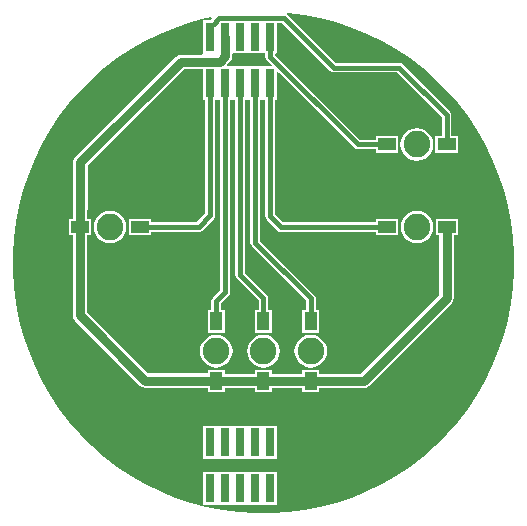
<source format=gbl>
G04*
G04 #@! TF.GenerationSoftware,Altium Limited,Altium Designer,20.1.8 (145)*
G04*
G04 Layer_Physical_Order=2*
G04 Layer_Color=16711680*
%FSTAX43Y43*%
%MOMM*%
G71*
G04*
G04 #@! TF.SameCoordinates,3F849034-A6BE-41B6-9089-3A01D41A6D06*
G04*
G04*
G04 #@! TF.FilePolarity,Positive*
G04*
G01*
G75*
%ADD15C,2.250*%
%ADD16R,1.000X1.500*%
%ADD17R,1.500X1.000*%
%ADD18R,0.750X2.400*%
%ADD19C,0.800*%
%ADD20C,0.400*%
G36*
X0074167Y0070425D02*
X0074167Y0070425D01*
X0074198Y0070269D01*
X0074287Y0070137D01*
X0074706Y0069717D01*
X0074657Y00696D01*
X0074007D01*
X0074Y00696D01*
X007388D01*
X0073873Y00696D01*
X0072737D01*
X007273Y00696D01*
X007261D01*
X0072603Y00696D01*
X0071467D01*
X007146Y00696D01*
X007134D01*
X0071333Y00696D01*
X0070927D01*
X0070879Y0069717D01*
X0071198Y0070036D01*
X007133Y0070235D01*
X0071377Y0070469D01*
Y0070607D01*
X007146Y00707D01*
X007261D01*
Y00707D01*
X007273D01*
Y00707D01*
X007388D01*
Y00707D01*
X0074D01*
Y00707D01*
X0074167D01*
Y0070425D01*
D02*
G37*
G36*
X0076084Y0074154D02*
X0077463Y0073973D01*
X0078827Y0073701D01*
X008017Y0073341D01*
X0081488Y0072894D01*
X0082773Y0072362D01*
X008402Y0071747D01*
X0085225Y0071051D01*
X0086381Y0070278D01*
X0087485Y0069431D01*
X0088531Y0068514D01*
X0089514Y0067531D01*
X0090431Y0066485D01*
X0091278Y0065381D01*
X0092051Y0064225D01*
X0092747Y006302D01*
X0093362Y0061773D01*
X0093894Y0060488D01*
X0094341Y005917D01*
X0094701Y0057827D01*
X0094973Y0056463D01*
X0095154Y0055083D01*
X0095245Y0053695D01*
Y0053D01*
Y0052305D01*
X0095154Y0050916D01*
X0094973Y0049537D01*
X0094701Y0048173D01*
X0094341Y004683D01*
X0093894Y0045512D01*
X0093362Y0044227D01*
X0092747Y004298D01*
X0092051Y0041775D01*
X0091278Y0040619D01*
X0090431Y0039515D01*
X0089514Y0038469D01*
X0088531Y0037486D01*
X0087485Y0036569D01*
X0086381Y0035722D01*
X0085225Y0034949D01*
X008402Y0034253D01*
X0082773Y0033638D01*
X0081488Y0033106D01*
X008017Y0032659D01*
X0078827Y0032299D01*
X0077463Y0032027D01*
X0076083Y0031846D01*
X0074696Y0031755D01*
X0073304D01*
X0071916Y0031846D01*
X0070537Y0032027D01*
X0069173Y0032299D01*
X006783Y0032659D01*
X0066512Y0033106D01*
X0065227Y0033638D01*
X006398Y0034253D01*
X0062775Y0034949D01*
X0061619Y0035722D01*
X0060515Y0036569D01*
X0059469Y0037486D01*
X0058486Y0038469D01*
X0057569Y0039515D01*
X0056722Y0040619D01*
X0055949Y0041775D01*
X0055253Y004298D01*
X0054638Y0044227D01*
X0054106Y0045512D01*
X0053659Y004683D01*
X0053299Y0048173D01*
X0053027Y0049537D01*
X0052846Y0050917D01*
X0052755Y0052305D01*
Y0053D01*
Y0053695D01*
X0052846Y0055084D01*
X0053027Y0056463D01*
X0053299Y0057827D01*
X0053659Y005917D01*
X0054106Y0060488D01*
X0054638Y0061773D01*
X0055253Y006302D01*
X0055949Y0064225D01*
X0056722Y0065381D01*
X0057569Y0066485D01*
X0058486Y0067531D01*
X0059469Y0068514D01*
X0060515Y0069431D01*
X0061619Y0070278D01*
X0062775Y0071051D01*
X006398Y0071747D01*
X0065227Y0072362D01*
X0066512Y0072894D01*
X006783Y0073341D01*
X0069173Y0073701D01*
X0069552Y0073776D01*
X0069628Y0073662D01*
X0069576Y0073585D01*
X0069576Y0073582D01*
X0069493Y00735D01*
X006892D01*
Y00707D01*
X006883Y0070612D01*
X0067D01*
X0066766Y0070565D01*
X0066567Y0070433D01*
X0058067Y0061933D01*
X0057935Y0061734D01*
X0057888Y00615D01*
Y0057601D01*
X0057863Y0057475D01*
Y00567D01*
X0057525D01*
Y00553D01*
X0057863D01*
Y0048525D01*
X005791Y0048291D01*
X0058042Y0048092D01*
X0063567Y0042567D01*
X0063766Y0042435D01*
X0064Y0042388D01*
X00693D01*
Y0042025D01*
X00707D01*
Y0042363D01*
X00733D01*
Y0042025D01*
X00747D01*
Y0042363D01*
X00773D01*
Y0042025D01*
X00787D01*
Y0042363D01*
X0082475D01*
X0082709Y004241D01*
X0082908Y0042542D01*
X0089933Y0049567D01*
X0090065Y0049766D01*
X0090112Y005D01*
Y00553D01*
X0090475D01*
Y00567D01*
X0088575D01*
Y00553D01*
X0088888D01*
Y0050253D01*
X0082222Y0043587D01*
X00787D01*
Y0043925D01*
X00773D01*
Y0043587D01*
X00747D01*
Y0043925D01*
X00733D01*
Y0043587D01*
X00707D01*
Y0043925D01*
X00693D01*
Y0043612D01*
X0064253D01*
X0059087Y0048778D01*
Y00553D01*
X0059425D01*
Y00567D01*
X0059087D01*
Y0057374D01*
X0059112Y00575D01*
Y0061247D01*
X0067253Y0069388D01*
X006892D01*
Y00668D01*
X0069087D01*
Y0057164D01*
X0068331Y0056408D01*
X0064475D01*
Y00567D01*
X0062575D01*
Y00553D01*
X0064475D01*
Y0055592D01*
X00685D01*
X00685Y0055592D01*
X0068656Y0055623D01*
X0068788Y0055712D01*
X0069783Y0056707D01*
X0069872Y0056839D01*
X0069903Y0056995D01*
Y00668D01*
X007007D01*
Y00668D01*
X007019D01*
Y00668D01*
X0070357D01*
Y0050669D01*
X0069712Y0050023D01*
X0069623Y0049891D01*
X0069592Y0049735D01*
X0069592Y0049735D01*
Y0048975D01*
X00693D01*
Y0047075D01*
X00707D01*
Y0048975D01*
X0070408D01*
Y0049566D01*
X0071053Y0050212D01*
X0071053Y0050212D01*
X0071142Y0050344D01*
X0071173Y00505D01*
Y00668D01*
X0071333D01*
X007134Y00668D01*
X007146D01*
X0071467Y00668D01*
X0071627D01*
Y0051965D01*
X0071627Y0051965D01*
X0071658Y0051809D01*
X0071747Y0051677D01*
X0073592Y0049831D01*
Y0048975D01*
X00733D01*
Y0047075D01*
X00747D01*
Y0048975D01*
X0074408D01*
Y005D01*
X0074408Y005D01*
X0074377Y0050156D01*
X0074288Y0050288D01*
X0074288Y0050288D01*
X0072443Y0052134D01*
Y00668D01*
X0072603D01*
X007261Y00668D01*
X007273D01*
X0072737Y00668D01*
X0072897D01*
Y0054695D01*
X0072897Y0054695D01*
X0072928Y0054539D01*
X0073017Y0054407D01*
X0077592Y0049831D01*
Y0048975D01*
X00773D01*
Y0047075D01*
X00787D01*
Y0048975D01*
X0078408D01*
Y005D01*
X0078408Y005D01*
X0078377Y0050156D01*
X0078288Y0050288D01*
X0078288Y0050288D01*
X0073713Y0054864D01*
Y00668D01*
X0073873D01*
X007388Y00668D01*
X0074D01*
X0074007Y00668D01*
X0074167D01*
Y0056925D01*
X0074167Y0056925D01*
X0074198Y0056769D01*
X0074287Y0056637D01*
X0075212Y0055712D01*
X0075212Y0055712D01*
X0075344Y0055623D01*
X00755Y0055592D01*
X0083525D01*
Y00553D01*
X0085425D01*
Y00567D01*
X0083525D01*
Y0056408D01*
X0075669D01*
X0074983Y0057094D01*
Y00668D01*
X007515D01*
Y0069107D01*
X0075267Y0069156D01*
X0081712Y0062712D01*
X0081712Y0062712D01*
X0081844Y0062623D01*
X0082Y0062592D01*
X0082Y0062592D01*
X00835D01*
Y00623D01*
X00854D01*
Y00637D01*
X00835D01*
Y0063408D01*
X0082169D01*
X0075004Y0070573D01*
X0075033Y00707D01*
X007515D01*
Y0073292D01*
X0075593D01*
X0079674Y0069212D01*
X0079674Y0069212D01*
X0079806Y0069123D01*
X0079962Y0069092D01*
X0085331D01*
X0089092Y0065331D01*
Y00637D01*
X008855D01*
Y00623D01*
X009045D01*
Y00637D01*
X0089908D01*
Y00655D01*
X0089908Y00655D01*
X0089877Y0065656D01*
X0089788Y0065788D01*
X0089788Y0065788D01*
X0085788Y0069788D01*
X0085656Y0069877D01*
X00855Y0069908D01*
X00855Y0069908D01*
X0080131D01*
X0076051Y0073988D01*
X0075983Y0074033D01*
X0076025Y0074158D01*
X0076084Y0074154D01*
D02*
G37*
%LPC*%
G36*
X0086975Y0064387D02*
X0086616Y006434D01*
X0086282Y0064201D01*
X0085994Y0063981D01*
X0085774Y0063693D01*
X0085635Y0063359D01*
X0085588Y0063D01*
X0085635Y0062641D01*
X0085774Y0062307D01*
X0085994Y0062019D01*
X0086282Y0061799D01*
X0086616Y006166D01*
X0086975Y0061613D01*
X0087334Y006166D01*
X0087668Y0061799D01*
X0087956Y0062019D01*
X0088176Y0062307D01*
X0088315Y0062641D01*
X0088362Y0063D01*
X0088315Y0063359D01*
X0088176Y0063693D01*
X0087956Y0063981D01*
X0087668Y0064201D01*
X0087334Y006434D01*
X0086975Y0064387D01*
D02*
G37*
G36*
X0087Y0057387D02*
X0086641Y005734D01*
X0086307Y0057201D01*
X0086019Y0056981D01*
X0085799Y0056693D01*
X008566Y0056359D01*
X0085613Y0056D01*
X008566Y0055641D01*
X0085799Y0055307D01*
X0086019Y0055019D01*
X0086307Y0054799D01*
X0086641Y005466D01*
X0087Y0054613D01*
X0087359Y005466D01*
X0087693Y0054799D01*
X0087981Y0055019D01*
X0088201Y0055307D01*
X008834Y0055641D01*
X0088387Y0056D01*
X008834Y0056359D01*
X0088201Y0056693D01*
X0087981Y0056981D01*
X0087693Y0057201D01*
X0087359Y005734D01*
X0087Y0057387D01*
D02*
G37*
G36*
X0061D02*
X0060641Y005734D01*
X0060307Y0057201D01*
X0060019Y0056981D01*
X0059799Y0056693D01*
X005966Y0056359D01*
X0059613Y0056D01*
X005966Y0055641D01*
X0059799Y0055307D01*
X0060019Y0055019D01*
X0060307Y0054799D01*
X0060641Y005466D01*
X0061Y0054613D01*
X0061359Y005466D01*
X0061693Y0054799D01*
X0061981Y0055019D01*
X0062201Y0055307D01*
X006234Y0055641D01*
X0062387Y0056D01*
X006234Y0056359D01*
X0062201Y0056693D01*
X0061981Y0056981D01*
X0061693Y0057201D01*
X0061359Y005734D01*
X0061Y0057387D01*
D02*
G37*
G36*
X0078Y0046887D02*
X0077641Y004684D01*
X0077307Y0046701D01*
X0077019Y0046481D01*
X0076799Y0046193D01*
X007666Y0045859D01*
X0076613Y00455D01*
X007666Y0045141D01*
X0076799Y0044807D01*
X0077019Y0044519D01*
X0077307Y0044299D01*
X0077641Y004416D01*
X0078Y0044113D01*
X0078359Y004416D01*
X0078693Y0044299D01*
X0078981Y0044519D01*
X0079201Y0044807D01*
X007934Y0045141D01*
X0079387Y00455D01*
X007934Y0045859D01*
X0079201Y0046193D01*
X0078981Y0046481D01*
X0078693Y0046701D01*
X0078359Y004684D01*
X0078Y0046887D01*
D02*
G37*
G36*
X0074D02*
X0073641Y004684D01*
X0073307Y0046701D01*
X0073019Y0046481D01*
X0072799Y0046193D01*
X007266Y0045859D01*
X0072613Y00455D01*
X007266Y0045141D01*
X0072799Y0044807D01*
X0073019Y0044519D01*
X0073307Y0044299D01*
X0073641Y004416D01*
X0074Y0044113D01*
X0074359Y004416D01*
X0074693Y0044299D01*
X0074981Y0044519D01*
X0075201Y0044807D01*
X007534Y0045141D01*
X0075387Y00455D01*
X007534Y0045859D01*
X0075201Y0046193D01*
X0074981Y0046481D01*
X0074693Y0046701D01*
X0074359Y004684D01*
X0074Y0046887D01*
D02*
G37*
G36*
X007D02*
X0069641Y004684D01*
X0069307Y0046701D01*
X0069019Y0046481D01*
X0068799Y0046193D01*
X006866Y0045859D01*
X0068613Y00455D01*
X006866Y0045141D01*
X0068799Y0044807D01*
X0069019Y0044519D01*
X0069307Y0044299D01*
X0069641Y004416D01*
X007Y0044113D01*
X0070359Y004416D01*
X0070693Y0044299D01*
X0070981Y0044519D01*
X0071201Y0044807D01*
X007134Y0045141D01*
X0071387Y00455D01*
X007134Y0045859D01*
X0071201Y0046193D01*
X0070981Y0046481D01*
X0070693Y0046701D01*
X0070359Y004684D01*
X007Y0046887D01*
D02*
G37*
G36*
X0074Y00392D02*
X007388D01*
X0073873Y00392D01*
X0072737D01*
X007273Y00392D01*
X007261D01*
X0072603Y00392D01*
X0071467D01*
X007146Y00392D01*
X007134D01*
X0071333Y00392D01*
X0070197D01*
X007019Y00392D01*
X007007D01*
X0070063Y00392D01*
X006892D01*
Y00364D01*
X0070063D01*
X007007Y00364D01*
X007019D01*
X0070197Y00364D01*
X0071333D01*
X007134Y00364D01*
X007146D01*
X0071467Y00364D01*
X0072603D01*
X007261Y00364D01*
X007273D01*
X0072737Y00364D01*
X0073873D01*
X007388Y00364D01*
X0074D01*
X0074007Y00364D01*
X007515D01*
Y00392D01*
X0074007D01*
X0074Y00392D01*
D02*
G37*
G36*
Y00353D02*
X007388D01*
X0073873Y00353D01*
X0072737D01*
X007273Y00353D01*
X007261D01*
X0072603Y00353D01*
X0071467D01*
X007146Y00353D01*
X007134D01*
X0071333Y00353D01*
X0070197D01*
X007019Y00353D01*
X007007D01*
X0070063Y00353D01*
X006892D01*
Y00325D01*
X0070063D01*
X007007Y00325D01*
X007019D01*
X0070197Y00325D01*
X0071333D01*
X007134Y00325D01*
X007146D01*
X0071467Y00325D01*
X0072603D01*
X007261Y00325D01*
X007273D01*
X0072737Y00325D01*
X0073873D01*
X007388Y00325D01*
X0074D01*
X0074007Y00325D01*
X007515D01*
Y00353D01*
X0074007D01*
X0074Y00353D01*
D02*
G37*
%LPD*%
D15*
Y00455D02*
D03*
X0061Y0056D02*
D03*
X007Y00455D02*
D03*
X0078D02*
D03*
X0086975Y0063D02*
D03*
X0087Y0056D02*
D03*
D16*
X0074Y0048025D02*
D03*
Y0042975D02*
D03*
X007Y0048025D02*
D03*
Y0042975D02*
D03*
X0078Y0048025D02*
D03*
Y0042975D02*
D03*
D17*
X0063525Y0056D02*
D03*
X0058475D02*
D03*
X008445Y0063D02*
D03*
X00895D02*
D03*
X0084475Y0056D02*
D03*
X0089525D02*
D03*
D18*
X0069495Y00378D02*
D03*
Y00339D02*
D03*
X0070765Y00378D02*
D03*
Y00339D02*
D03*
X0072035Y00378D02*
D03*
Y00339D02*
D03*
X0073305Y00378D02*
D03*
Y00339D02*
D03*
X0074575Y00378D02*
D03*
Y00339D02*
D03*
X0069495Y00721D02*
D03*
Y00682D02*
D03*
X0070765Y00721D02*
D03*
Y00682D02*
D03*
X0072035Y00721D02*
D03*
Y00682D02*
D03*
X0073305Y00721D02*
D03*
Y00682D02*
D03*
X0074575Y00721D02*
D03*
Y00682D02*
D03*
D19*
X0058475Y0048525D02*
X0064Y0043D01*
X0069975D01*
X0058475Y0048525D02*
Y0056D01*
X00895Y0055975D02*
X0089525Y0056D01*
X00895Y005D02*
Y0055975D01*
X0078Y0042975D02*
X0082475D01*
X00895Y005D01*
X0074Y0042975D02*
X0078D01*
X007D02*
X0074D01*
X0069975Y0043D02*
X007Y0042975D01*
X0058475Y0056D02*
Y0057475D01*
X00585Y00575D01*
Y00615D01*
X0070765Y0070469D02*
Y00721D01*
X0070296Y007D02*
X0070765Y0070469D01*
X0067Y007D02*
X0070296D01*
X00585Y00615D02*
X0067Y007D01*
D20*
X0078Y0048025D02*
Y005D01*
X0073305Y0054695D02*
X0078Y005D01*
X0074Y0048025D02*
Y005D01*
X0072035Y0051965D02*
X0074Y005D01*
X007Y0048025D02*
Y0049735D01*
X0070765Y00505D01*
X0073305Y0054695D02*
Y00682D01*
X0070765Y00505D02*
Y00682D01*
X0072035Y0051965D02*
Y00682D01*
X00755Y0056D02*
X0084475D01*
X0074575Y0056925D02*
X00755Y0056D01*
X00685D02*
X0069495Y0056995D01*
X0063525Y0056D02*
X00685D01*
X0074575Y0056925D02*
Y00682D01*
X0069495Y0056995D02*
Y00682D01*
X0082Y0063D02*
X008445D01*
X0074575Y0070425D02*
X0082Y0063D01*
X0074575Y0070425D02*
Y00721D01*
X0069953Y0073429D02*
X0070224Y00737D01*
X0069953Y0073383D02*
Y0073429D01*
X0079962Y00695D02*
X00855D01*
X0069495Y0072925D02*
X0069953Y0073383D01*
X0075762Y00737D02*
X0079962Y00695D01*
X0069495Y00721D02*
Y0072925D01*
X0070224Y00737D02*
X0075762D01*
X00895Y0063D02*
Y00655D01*
X00855Y00695D02*
X00895Y00655D01*
M02*

</source>
